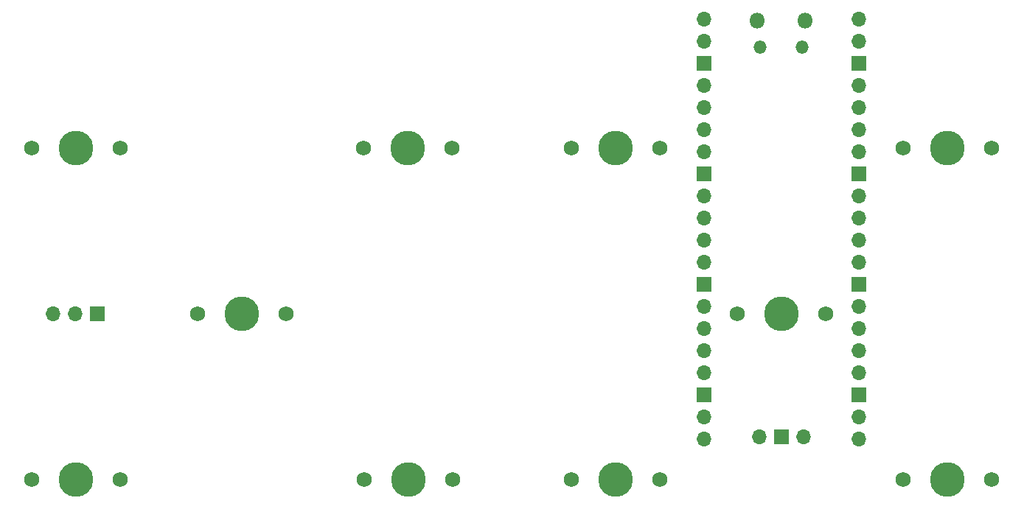
<source format=gts>
%TF.GenerationSoftware,KiCad,Pcbnew,(6.0.8)*%
%TF.CreationDate,2022-10-16T16:46:49-06:00*%
%TF.ProjectId,pcb,7063622e-6b69-4636-9164-5f7063625858,rev?*%
%TF.SameCoordinates,Original*%
%TF.FileFunction,Soldermask,Top*%
%TF.FilePolarity,Negative*%
%FSLAX46Y46*%
G04 Gerber Fmt 4.6, Leading zero omitted, Abs format (unit mm)*
G04 Created by KiCad (PCBNEW (6.0.8)) date 2022-10-16 16:46:49*
%MOMM*%
%LPD*%
G01*
G04 APERTURE LIST*
%ADD10C,1.750000*%
%ADD11C,3.987800*%
%ADD12R,1.700000X1.700000*%
%ADD13O,1.700000X1.700000*%
%ADD14O,1.500000X1.500000*%
%ADD15O,1.800000X1.800000*%
G04 APERTURE END LIST*
D10*
%TO.C,MX10*%
X187007500Y-114300000D03*
D11*
X192087500Y-114300000D03*
D10*
X197167500Y-114300000D03*
%TD*%
%TO.C,MX1*%
X86925250Y-114300000D03*
X97085250Y-114300000D03*
D11*
X92005250Y-114300000D03*
%TD*%
D10*
%TO.C,MX3*%
X116135250Y-95250000D03*
X105975250Y-95250000D03*
D11*
X111055250Y-95250000D03*
%TD*%
D10*
%TO.C,MX6*%
X148907500Y-76200000D03*
X159067500Y-76200000D03*
D11*
X153987500Y-76200000D03*
%TD*%
D12*
%TO.C,REF\u002A\u002A*%
X94456250Y-95250000D03*
D13*
X91916250Y-95250000D03*
X89376250Y-95250000D03*
%TD*%
D10*
%TO.C,MX8*%
X178117500Y-95250000D03*
D11*
X173037500Y-95250000D03*
D10*
X167957500Y-95250000D03*
%TD*%
%TO.C,MX5*%
X135255000Y-114300000D03*
X125095000Y-114300000D03*
D11*
X130175000Y-114300000D03*
%TD*%
%TO.C,MX2*%
X92005250Y-76200000D03*
D10*
X86925250Y-76200000D03*
X97085250Y-76200000D03*
%TD*%
%TO.C,MX7*%
X148907500Y-114300000D03*
X159067500Y-114300000D03*
D11*
X153987500Y-114300000D03*
%TD*%
D10*
%TO.C,MX4*%
X135185250Y-76200000D03*
X125025250Y-76200000D03*
D11*
X130105250Y-76200000D03*
%TD*%
%TO.C,MX9*%
X192087500Y-76200000D03*
D10*
X187007500Y-76200000D03*
X197167500Y-76200000D03*
%TD*%
D14*
%TO.C,U1*%
X175392750Y-64562998D03*
X170542750Y-64562998D03*
D15*
X170242750Y-61532998D03*
X175692750Y-61532998D03*
D13*
X181857750Y-61402998D03*
X181857750Y-63942998D03*
D12*
X181857750Y-66482998D03*
D13*
X181857750Y-69022998D03*
X181857750Y-71562998D03*
X181857750Y-74102998D03*
X181857750Y-76642998D03*
D12*
X181857750Y-79182998D03*
D13*
X181857750Y-81722998D03*
X181857750Y-84262998D03*
X181857750Y-86802998D03*
X181857750Y-89342998D03*
D12*
X181857750Y-91882998D03*
D13*
X181857750Y-94422998D03*
X181857750Y-96962998D03*
X181857750Y-99502998D03*
X181857750Y-102042998D03*
D12*
X181857750Y-104582998D03*
D13*
X181857750Y-107122998D03*
X181857750Y-109662998D03*
X164077750Y-109662998D03*
X164077750Y-107122998D03*
D12*
X164077750Y-104582998D03*
D13*
X164077750Y-102042998D03*
X164077750Y-99502998D03*
X164077750Y-96962998D03*
X164077750Y-94422998D03*
D12*
X164077750Y-91882998D03*
D13*
X164077750Y-89342998D03*
X164077750Y-86802998D03*
X164077750Y-84262998D03*
X164077750Y-81722998D03*
D12*
X164077750Y-79182998D03*
D13*
X164077750Y-76642998D03*
X164077750Y-74102998D03*
X164077750Y-71562998D03*
X164077750Y-69022998D03*
D12*
X164077750Y-66482998D03*
D13*
X164077750Y-63942998D03*
X164077750Y-61402998D03*
X175507750Y-109432998D03*
D12*
X172967750Y-109432998D03*
D13*
X170427750Y-109432998D03*
%TD*%
M02*

</source>
